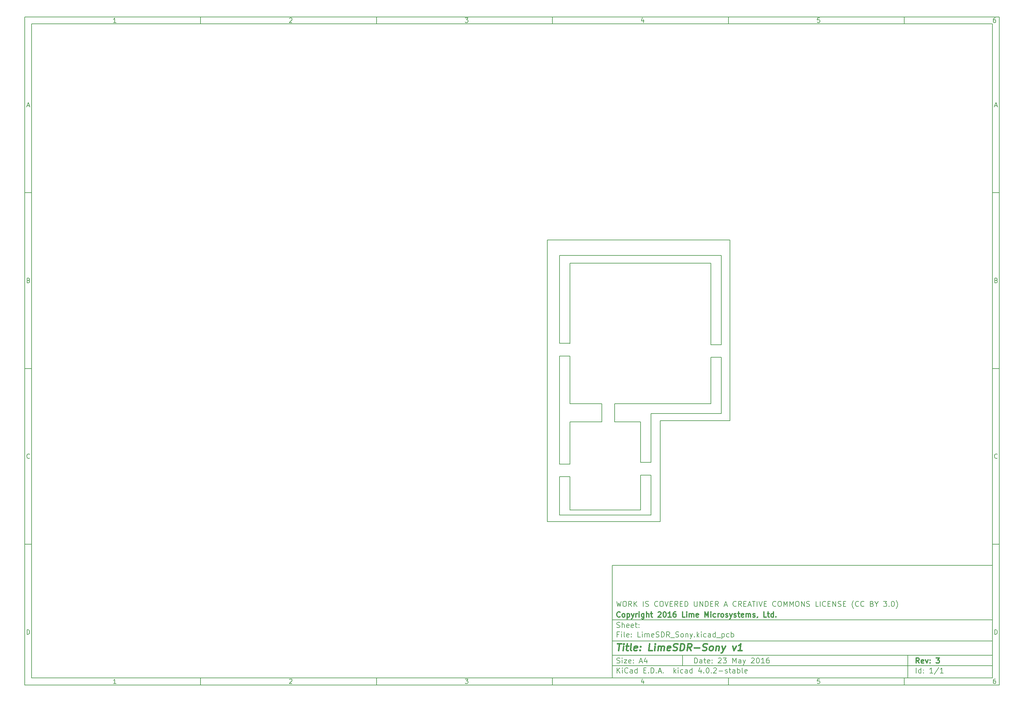
<source format=gm1>
G04 #@! TF.FileFunction,Profile,NP*
%FSLAX46Y46*%
G04 Gerber Fmt 4.6, Leading zero omitted, Abs format (unit mm)*
G04 Created by KiCad (PCBNEW 4.0.2-stable) date 23/05/2016 22:28:53*
%MOMM*%
G01*
G04 APERTURE LIST*
%ADD10C,0.150000*%
%ADD11C,0.300000*%
%ADD12C,0.400000*%
%ADD13C,0.200000*%
G04 APERTURE END LIST*
D10*
X177002200Y-166007200D02*
X177002200Y-198007200D01*
X285002200Y-198007200D01*
X285002200Y-166007200D01*
X177002200Y-166007200D01*
X10000000Y-10000000D02*
X10000000Y-200007200D01*
X287002200Y-200007200D01*
X287002200Y-10000000D01*
X10000000Y-10000000D01*
X12000000Y-12000000D02*
X12000000Y-198007200D01*
X285002200Y-198007200D01*
X285002200Y-12000000D01*
X12000000Y-12000000D01*
X60000000Y-12000000D02*
X60000000Y-10000000D01*
X110000000Y-12000000D02*
X110000000Y-10000000D01*
X160000000Y-12000000D02*
X160000000Y-10000000D01*
X210000000Y-12000000D02*
X210000000Y-10000000D01*
X260000000Y-12000000D02*
X260000000Y-10000000D01*
X35990476Y-11588095D02*
X35247619Y-11588095D01*
X35619048Y-11588095D02*
X35619048Y-10288095D01*
X35495238Y-10473810D01*
X35371429Y-10597619D01*
X35247619Y-10659524D01*
X85247619Y-10411905D02*
X85309524Y-10350000D01*
X85433333Y-10288095D01*
X85742857Y-10288095D01*
X85866667Y-10350000D01*
X85928571Y-10411905D01*
X85990476Y-10535714D01*
X85990476Y-10659524D01*
X85928571Y-10845238D01*
X85185714Y-11588095D01*
X85990476Y-11588095D01*
X135185714Y-10288095D02*
X135990476Y-10288095D01*
X135557143Y-10783333D01*
X135742857Y-10783333D01*
X135866667Y-10845238D01*
X135928571Y-10907143D01*
X135990476Y-11030952D01*
X135990476Y-11340476D01*
X135928571Y-11464286D01*
X135866667Y-11526190D01*
X135742857Y-11588095D01*
X135371429Y-11588095D01*
X135247619Y-11526190D01*
X135185714Y-11464286D01*
X185866667Y-10721429D02*
X185866667Y-11588095D01*
X185557143Y-10226190D02*
X185247619Y-11154762D01*
X186052381Y-11154762D01*
X235928571Y-10288095D02*
X235309524Y-10288095D01*
X235247619Y-10907143D01*
X235309524Y-10845238D01*
X235433333Y-10783333D01*
X235742857Y-10783333D01*
X235866667Y-10845238D01*
X235928571Y-10907143D01*
X235990476Y-11030952D01*
X235990476Y-11340476D01*
X235928571Y-11464286D01*
X235866667Y-11526190D01*
X235742857Y-11588095D01*
X235433333Y-11588095D01*
X235309524Y-11526190D01*
X235247619Y-11464286D01*
X285866667Y-10288095D02*
X285619048Y-10288095D01*
X285495238Y-10350000D01*
X285433333Y-10411905D01*
X285309524Y-10597619D01*
X285247619Y-10845238D01*
X285247619Y-11340476D01*
X285309524Y-11464286D01*
X285371429Y-11526190D01*
X285495238Y-11588095D01*
X285742857Y-11588095D01*
X285866667Y-11526190D01*
X285928571Y-11464286D01*
X285990476Y-11340476D01*
X285990476Y-11030952D01*
X285928571Y-10907143D01*
X285866667Y-10845238D01*
X285742857Y-10783333D01*
X285495238Y-10783333D01*
X285371429Y-10845238D01*
X285309524Y-10907143D01*
X285247619Y-11030952D01*
X60000000Y-198007200D02*
X60000000Y-200007200D01*
X110000000Y-198007200D02*
X110000000Y-200007200D01*
X160000000Y-198007200D02*
X160000000Y-200007200D01*
X210000000Y-198007200D02*
X210000000Y-200007200D01*
X260000000Y-198007200D02*
X260000000Y-200007200D01*
X35990476Y-199595295D02*
X35247619Y-199595295D01*
X35619048Y-199595295D02*
X35619048Y-198295295D01*
X35495238Y-198481010D01*
X35371429Y-198604819D01*
X35247619Y-198666724D01*
X85247619Y-198419105D02*
X85309524Y-198357200D01*
X85433333Y-198295295D01*
X85742857Y-198295295D01*
X85866667Y-198357200D01*
X85928571Y-198419105D01*
X85990476Y-198542914D01*
X85990476Y-198666724D01*
X85928571Y-198852438D01*
X85185714Y-199595295D01*
X85990476Y-199595295D01*
X135185714Y-198295295D02*
X135990476Y-198295295D01*
X135557143Y-198790533D01*
X135742857Y-198790533D01*
X135866667Y-198852438D01*
X135928571Y-198914343D01*
X135990476Y-199038152D01*
X135990476Y-199347676D01*
X135928571Y-199471486D01*
X135866667Y-199533390D01*
X135742857Y-199595295D01*
X135371429Y-199595295D01*
X135247619Y-199533390D01*
X135185714Y-199471486D01*
X185866667Y-198728629D02*
X185866667Y-199595295D01*
X185557143Y-198233390D02*
X185247619Y-199161962D01*
X186052381Y-199161962D01*
X235928571Y-198295295D02*
X235309524Y-198295295D01*
X235247619Y-198914343D01*
X235309524Y-198852438D01*
X235433333Y-198790533D01*
X235742857Y-198790533D01*
X235866667Y-198852438D01*
X235928571Y-198914343D01*
X235990476Y-199038152D01*
X235990476Y-199347676D01*
X235928571Y-199471486D01*
X235866667Y-199533390D01*
X235742857Y-199595295D01*
X235433333Y-199595295D01*
X235309524Y-199533390D01*
X235247619Y-199471486D01*
X285866667Y-198295295D02*
X285619048Y-198295295D01*
X285495238Y-198357200D01*
X285433333Y-198419105D01*
X285309524Y-198604819D01*
X285247619Y-198852438D01*
X285247619Y-199347676D01*
X285309524Y-199471486D01*
X285371429Y-199533390D01*
X285495238Y-199595295D01*
X285742857Y-199595295D01*
X285866667Y-199533390D01*
X285928571Y-199471486D01*
X285990476Y-199347676D01*
X285990476Y-199038152D01*
X285928571Y-198914343D01*
X285866667Y-198852438D01*
X285742857Y-198790533D01*
X285495238Y-198790533D01*
X285371429Y-198852438D01*
X285309524Y-198914343D01*
X285247619Y-199038152D01*
X10000000Y-60000000D02*
X12000000Y-60000000D01*
X10000000Y-110000000D02*
X12000000Y-110000000D01*
X10000000Y-160000000D02*
X12000000Y-160000000D01*
X10690476Y-35216667D02*
X11309524Y-35216667D01*
X10566667Y-35588095D02*
X11000000Y-34288095D01*
X11433333Y-35588095D01*
X11092857Y-84907143D02*
X11278571Y-84969048D01*
X11340476Y-85030952D01*
X11402381Y-85154762D01*
X11402381Y-85340476D01*
X11340476Y-85464286D01*
X11278571Y-85526190D01*
X11154762Y-85588095D01*
X10659524Y-85588095D01*
X10659524Y-84288095D01*
X11092857Y-84288095D01*
X11216667Y-84350000D01*
X11278571Y-84411905D01*
X11340476Y-84535714D01*
X11340476Y-84659524D01*
X11278571Y-84783333D01*
X11216667Y-84845238D01*
X11092857Y-84907143D01*
X10659524Y-84907143D01*
X11402381Y-135464286D02*
X11340476Y-135526190D01*
X11154762Y-135588095D01*
X11030952Y-135588095D01*
X10845238Y-135526190D01*
X10721429Y-135402381D01*
X10659524Y-135278571D01*
X10597619Y-135030952D01*
X10597619Y-134845238D01*
X10659524Y-134597619D01*
X10721429Y-134473810D01*
X10845238Y-134350000D01*
X11030952Y-134288095D01*
X11154762Y-134288095D01*
X11340476Y-134350000D01*
X11402381Y-134411905D01*
X10659524Y-185588095D02*
X10659524Y-184288095D01*
X10969048Y-184288095D01*
X11154762Y-184350000D01*
X11278571Y-184473810D01*
X11340476Y-184597619D01*
X11402381Y-184845238D01*
X11402381Y-185030952D01*
X11340476Y-185278571D01*
X11278571Y-185402381D01*
X11154762Y-185526190D01*
X10969048Y-185588095D01*
X10659524Y-185588095D01*
X287002200Y-60000000D02*
X285002200Y-60000000D01*
X287002200Y-110000000D02*
X285002200Y-110000000D01*
X287002200Y-160000000D02*
X285002200Y-160000000D01*
X285692676Y-35216667D02*
X286311724Y-35216667D01*
X285568867Y-35588095D02*
X286002200Y-34288095D01*
X286435533Y-35588095D01*
X286095057Y-84907143D02*
X286280771Y-84969048D01*
X286342676Y-85030952D01*
X286404581Y-85154762D01*
X286404581Y-85340476D01*
X286342676Y-85464286D01*
X286280771Y-85526190D01*
X286156962Y-85588095D01*
X285661724Y-85588095D01*
X285661724Y-84288095D01*
X286095057Y-84288095D01*
X286218867Y-84350000D01*
X286280771Y-84411905D01*
X286342676Y-84535714D01*
X286342676Y-84659524D01*
X286280771Y-84783333D01*
X286218867Y-84845238D01*
X286095057Y-84907143D01*
X285661724Y-84907143D01*
X286404581Y-135464286D02*
X286342676Y-135526190D01*
X286156962Y-135588095D01*
X286033152Y-135588095D01*
X285847438Y-135526190D01*
X285723629Y-135402381D01*
X285661724Y-135278571D01*
X285599819Y-135030952D01*
X285599819Y-134845238D01*
X285661724Y-134597619D01*
X285723629Y-134473810D01*
X285847438Y-134350000D01*
X286033152Y-134288095D01*
X286156962Y-134288095D01*
X286342676Y-134350000D01*
X286404581Y-134411905D01*
X285661724Y-185588095D02*
X285661724Y-184288095D01*
X285971248Y-184288095D01*
X286156962Y-184350000D01*
X286280771Y-184473810D01*
X286342676Y-184597619D01*
X286404581Y-184845238D01*
X286404581Y-185030952D01*
X286342676Y-185278571D01*
X286280771Y-185402381D01*
X286156962Y-185526190D01*
X285971248Y-185588095D01*
X285661724Y-185588095D01*
X200359343Y-193785771D02*
X200359343Y-192285771D01*
X200716486Y-192285771D01*
X200930771Y-192357200D01*
X201073629Y-192500057D01*
X201145057Y-192642914D01*
X201216486Y-192928629D01*
X201216486Y-193142914D01*
X201145057Y-193428629D01*
X201073629Y-193571486D01*
X200930771Y-193714343D01*
X200716486Y-193785771D01*
X200359343Y-193785771D01*
X202502200Y-193785771D02*
X202502200Y-193000057D01*
X202430771Y-192857200D01*
X202287914Y-192785771D01*
X202002200Y-192785771D01*
X201859343Y-192857200D01*
X202502200Y-193714343D02*
X202359343Y-193785771D01*
X202002200Y-193785771D01*
X201859343Y-193714343D01*
X201787914Y-193571486D01*
X201787914Y-193428629D01*
X201859343Y-193285771D01*
X202002200Y-193214343D01*
X202359343Y-193214343D01*
X202502200Y-193142914D01*
X203002200Y-192785771D02*
X203573629Y-192785771D01*
X203216486Y-192285771D02*
X203216486Y-193571486D01*
X203287914Y-193714343D01*
X203430772Y-193785771D01*
X203573629Y-193785771D01*
X204645057Y-193714343D02*
X204502200Y-193785771D01*
X204216486Y-193785771D01*
X204073629Y-193714343D01*
X204002200Y-193571486D01*
X204002200Y-193000057D01*
X204073629Y-192857200D01*
X204216486Y-192785771D01*
X204502200Y-192785771D01*
X204645057Y-192857200D01*
X204716486Y-193000057D01*
X204716486Y-193142914D01*
X204002200Y-193285771D01*
X205359343Y-193642914D02*
X205430771Y-193714343D01*
X205359343Y-193785771D01*
X205287914Y-193714343D01*
X205359343Y-193642914D01*
X205359343Y-193785771D01*
X205359343Y-192857200D02*
X205430771Y-192928629D01*
X205359343Y-193000057D01*
X205287914Y-192928629D01*
X205359343Y-192857200D01*
X205359343Y-193000057D01*
X207145057Y-192428629D02*
X207216486Y-192357200D01*
X207359343Y-192285771D01*
X207716486Y-192285771D01*
X207859343Y-192357200D01*
X207930772Y-192428629D01*
X208002200Y-192571486D01*
X208002200Y-192714343D01*
X207930772Y-192928629D01*
X207073629Y-193785771D01*
X208002200Y-193785771D01*
X208502200Y-192285771D02*
X209430771Y-192285771D01*
X208930771Y-192857200D01*
X209145057Y-192857200D01*
X209287914Y-192928629D01*
X209359343Y-193000057D01*
X209430771Y-193142914D01*
X209430771Y-193500057D01*
X209359343Y-193642914D01*
X209287914Y-193714343D01*
X209145057Y-193785771D01*
X208716485Y-193785771D01*
X208573628Y-193714343D01*
X208502200Y-193642914D01*
X211216485Y-193785771D02*
X211216485Y-192285771D01*
X211716485Y-193357200D01*
X212216485Y-192285771D01*
X212216485Y-193785771D01*
X213573628Y-193785771D02*
X213573628Y-193000057D01*
X213502199Y-192857200D01*
X213359342Y-192785771D01*
X213073628Y-192785771D01*
X212930771Y-192857200D01*
X213573628Y-193714343D02*
X213430771Y-193785771D01*
X213073628Y-193785771D01*
X212930771Y-193714343D01*
X212859342Y-193571486D01*
X212859342Y-193428629D01*
X212930771Y-193285771D01*
X213073628Y-193214343D01*
X213430771Y-193214343D01*
X213573628Y-193142914D01*
X214145057Y-192785771D02*
X214502200Y-193785771D01*
X214859342Y-192785771D02*
X214502200Y-193785771D01*
X214359342Y-194142914D01*
X214287914Y-194214343D01*
X214145057Y-194285771D01*
X216502199Y-192428629D02*
X216573628Y-192357200D01*
X216716485Y-192285771D01*
X217073628Y-192285771D01*
X217216485Y-192357200D01*
X217287914Y-192428629D01*
X217359342Y-192571486D01*
X217359342Y-192714343D01*
X217287914Y-192928629D01*
X216430771Y-193785771D01*
X217359342Y-193785771D01*
X218287913Y-192285771D02*
X218430770Y-192285771D01*
X218573627Y-192357200D01*
X218645056Y-192428629D01*
X218716485Y-192571486D01*
X218787913Y-192857200D01*
X218787913Y-193214343D01*
X218716485Y-193500057D01*
X218645056Y-193642914D01*
X218573627Y-193714343D01*
X218430770Y-193785771D01*
X218287913Y-193785771D01*
X218145056Y-193714343D01*
X218073627Y-193642914D01*
X218002199Y-193500057D01*
X217930770Y-193214343D01*
X217930770Y-192857200D01*
X218002199Y-192571486D01*
X218073627Y-192428629D01*
X218145056Y-192357200D01*
X218287913Y-192285771D01*
X220216484Y-193785771D02*
X219359341Y-193785771D01*
X219787913Y-193785771D02*
X219787913Y-192285771D01*
X219645056Y-192500057D01*
X219502198Y-192642914D01*
X219359341Y-192714343D01*
X221502198Y-192285771D02*
X221216484Y-192285771D01*
X221073627Y-192357200D01*
X221002198Y-192428629D01*
X220859341Y-192642914D01*
X220787912Y-192928629D01*
X220787912Y-193500057D01*
X220859341Y-193642914D01*
X220930769Y-193714343D01*
X221073627Y-193785771D01*
X221359341Y-193785771D01*
X221502198Y-193714343D01*
X221573627Y-193642914D01*
X221645055Y-193500057D01*
X221645055Y-193142914D01*
X221573627Y-193000057D01*
X221502198Y-192928629D01*
X221359341Y-192857200D01*
X221073627Y-192857200D01*
X220930769Y-192928629D01*
X220859341Y-193000057D01*
X220787912Y-193142914D01*
X177002200Y-194507200D02*
X285002200Y-194507200D01*
X178359343Y-196585771D02*
X178359343Y-195085771D01*
X179216486Y-196585771D02*
X178573629Y-195728629D01*
X179216486Y-195085771D02*
X178359343Y-195942914D01*
X179859343Y-196585771D02*
X179859343Y-195585771D01*
X179859343Y-195085771D02*
X179787914Y-195157200D01*
X179859343Y-195228629D01*
X179930771Y-195157200D01*
X179859343Y-195085771D01*
X179859343Y-195228629D01*
X181430772Y-196442914D02*
X181359343Y-196514343D01*
X181145057Y-196585771D01*
X181002200Y-196585771D01*
X180787915Y-196514343D01*
X180645057Y-196371486D01*
X180573629Y-196228629D01*
X180502200Y-195942914D01*
X180502200Y-195728629D01*
X180573629Y-195442914D01*
X180645057Y-195300057D01*
X180787915Y-195157200D01*
X181002200Y-195085771D01*
X181145057Y-195085771D01*
X181359343Y-195157200D01*
X181430772Y-195228629D01*
X182716486Y-196585771D02*
X182716486Y-195800057D01*
X182645057Y-195657200D01*
X182502200Y-195585771D01*
X182216486Y-195585771D01*
X182073629Y-195657200D01*
X182716486Y-196514343D02*
X182573629Y-196585771D01*
X182216486Y-196585771D01*
X182073629Y-196514343D01*
X182002200Y-196371486D01*
X182002200Y-196228629D01*
X182073629Y-196085771D01*
X182216486Y-196014343D01*
X182573629Y-196014343D01*
X182716486Y-195942914D01*
X184073629Y-196585771D02*
X184073629Y-195085771D01*
X184073629Y-196514343D02*
X183930772Y-196585771D01*
X183645058Y-196585771D01*
X183502200Y-196514343D01*
X183430772Y-196442914D01*
X183359343Y-196300057D01*
X183359343Y-195871486D01*
X183430772Y-195728629D01*
X183502200Y-195657200D01*
X183645058Y-195585771D01*
X183930772Y-195585771D01*
X184073629Y-195657200D01*
X185930772Y-195800057D02*
X186430772Y-195800057D01*
X186645058Y-196585771D02*
X185930772Y-196585771D01*
X185930772Y-195085771D01*
X186645058Y-195085771D01*
X187287915Y-196442914D02*
X187359343Y-196514343D01*
X187287915Y-196585771D01*
X187216486Y-196514343D01*
X187287915Y-196442914D01*
X187287915Y-196585771D01*
X188002201Y-196585771D02*
X188002201Y-195085771D01*
X188359344Y-195085771D01*
X188573629Y-195157200D01*
X188716487Y-195300057D01*
X188787915Y-195442914D01*
X188859344Y-195728629D01*
X188859344Y-195942914D01*
X188787915Y-196228629D01*
X188716487Y-196371486D01*
X188573629Y-196514343D01*
X188359344Y-196585771D01*
X188002201Y-196585771D01*
X189502201Y-196442914D02*
X189573629Y-196514343D01*
X189502201Y-196585771D01*
X189430772Y-196514343D01*
X189502201Y-196442914D01*
X189502201Y-196585771D01*
X190145058Y-196157200D02*
X190859344Y-196157200D01*
X190002201Y-196585771D02*
X190502201Y-195085771D01*
X191002201Y-196585771D01*
X191502201Y-196442914D02*
X191573629Y-196514343D01*
X191502201Y-196585771D01*
X191430772Y-196514343D01*
X191502201Y-196442914D01*
X191502201Y-196585771D01*
X194502201Y-196585771D02*
X194502201Y-195085771D01*
X194645058Y-196014343D02*
X195073629Y-196585771D01*
X195073629Y-195585771D02*
X194502201Y-196157200D01*
X195716487Y-196585771D02*
X195716487Y-195585771D01*
X195716487Y-195085771D02*
X195645058Y-195157200D01*
X195716487Y-195228629D01*
X195787915Y-195157200D01*
X195716487Y-195085771D01*
X195716487Y-195228629D01*
X197073630Y-196514343D02*
X196930773Y-196585771D01*
X196645059Y-196585771D01*
X196502201Y-196514343D01*
X196430773Y-196442914D01*
X196359344Y-196300057D01*
X196359344Y-195871486D01*
X196430773Y-195728629D01*
X196502201Y-195657200D01*
X196645059Y-195585771D01*
X196930773Y-195585771D01*
X197073630Y-195657200D01*
X198359344Y-196585771D02*
X198359344Y-195800057D01*
X198287915Y-195657200D01*
X198145058Y-195585771D01*
X197859344Y-195585771D01*
X197716487Y-195657200D01*
X198359344Y-196514343D02*
X198216487Y-196585771D01*
X197859344Y-196585771D01*
X197716487Y-196514343D01*
X197645058Y-196371486D01*
X197645058Y-196228629D01*
X197716487Y-196085771D01*
X197859344Y-196014343D01*
X198216487Y-196014343D01*
X198359344Y-195942914D01*
X199716487Y-196585771D02*
X199716487Y-195085771D01*
X199716487Y-196514343D02*
X199573630Y-196585771D01*
X199287916Y-196585771D01*
X199145058Y-196514343D01*
X199073630Y-196442914D01*
X199002201Y-196300057D01*
X199002201Y-195871486D01*
X199073630Y-195728629D01*
X199145058Y-195657200D01*
X199287916Y-195585771D01*
X199573630Y-195585771D01*
X199716487Y-195657200D01*
X202216487Y-195585771D02*
X202216487Y-196585771D01*
X201859344Y-195014343D02*
X201502201Y-196085771D01*
X202430773Y-196085771D01*
X203002201Y-196442914D02*
X203073629Y-196514343D01*
X203002201Y-196585771D01*
X202930772Y-196514343D01*
X203002201Y-196442914D01*
X203002201Y-196585771D01*
X204002201Y-195085771D02*
X204145058Y-195085771D01*
X204287915Y-195157200D01*
X204359344Y-195228629D01*
X204430773Y-195371486D01*
X204502201Y-195657200D01*
X204502201Y-196014343D01*
X204430773Y-196300057D01*
X204359344Y-196442914D01*
X204287915Y-196514343D01*
X204145058Y-196585771D01*
X204002201Y-196585771D01*
X203859344Y-196514343D01*
X203787915Y-196442914D01*
X203716487Y-196300057D01*
X203645058Y-196014343D01*
X203645058Y-195657200D01*
X203716487Y-195371486D01*
X203787915Y-195228629D01*
X203859344Y-195157200D01*
X204002201Y-195085771D01*
X205145058Y-196442914D02*
X205216486Y-196514343D01*
X205145058Y-196585771D01*
X205073629Y-196514343D01*
X205145058Y-196442914D01*
X205145058Y-196585771D01*
X205787915Y-195228629D02*
X205859344Y-195157200D01*
X206002201Y-195085771D01*
X206359344Y-195085771D01*
X206502201Y-195157200D01*
X206573630Y-195228629D01*
X206645058Y-195371486D01*
X206645058Y-195514343D01*
X206573630Y-195728629D01*
X205716487Y-196585771D01*
X206645058Y-196585771D01*
X207287915Y-196014343D02*
X208430772Y-196014343D01*
X209073629Y-196514343D02*
X209216486Y-196585771D01*
X209502201Y-196585771D01*
X209645058Y-196514343D01*
X209716486Y-196371486D01*
X209716486Y-196300057D01*
X209645058Y-196157200D01*
X209502201Y-196085771D01*
X209287915Y-196085771D01*
X209145058Y-196014343D01*
X209073629Y-195871486D01*
X209073629Y-195800057D01*
X209145058Y-195657200D01*
X209287915Y-195585771D01*
X209502201Y-195585771D01*
X209645058Y-195657200D01*
X210145058Y-195585771D02*
X210716487Y-195585771D01*
X210359344Y-195085771D02*
X210359344Y-196371486D01*
X210430772Y-196514343D01*
X210573630Y-196585771D01*
X210716487Y-196585771D01*
X211859344Y-196585771D02*
X211859344Y-195800057D01*
X211787915Y-195657200D01*
X211645058Y-195585771D01*
X211359344Y-195585771D01*
X211216487Y-195657200D01*
X211859344Y-196514343D02*
X211716487Y-196585771D01*
X211359344Y-196585771D01*
X211216487Y-196514343D01*
X211145058Y-196371486D01*
X211145058Y-196228629D01*
X211216487Y-196085771D01*
X211359344Y-196014343D01*
X211716487Y-196014343D01*
X211859344Y-195942914D01*
X212573630Y-196585771D02*
X212573630Y-195085771D01*
X212573630Y-195657200D02*
X212716487Y-195585771D01*
X213002201Y-195585771D01*
X213145058Y-195657200D01*
X213216487Y-195728629D01*
X213287916Y-195871486D01*
X213287916Y-196300057D01*
X213216487Y-196442914D01*
X213145058Y-196514343D01*
X213002201Y-196585771D01*
X212716487Y-196585771D01*
X212573630Y-196514343D01*
X214145059Y-196585771D02*
X214002201Y-196514343D01*
X213930773Y-196371486D01*
X213930773Y-195085771D01*
X215287915Y-196514343D02*
X215145058Y-196585771D01*
X214859344Y-196585771D01*
X214716487Y-196514343D01*
X214645058Y-196371486D01*
X214645058Y-195800057D01*
X214716487Y-195657200D01*
X214859344Y-195585771D01*
X215145058Y-195585771D01*
X215287915Y-195657200D01*
X215359344Y-195800057D01*
X215359344Y-195942914D01*
X214645058Y-196085771D01*
X177002200Y-191507200D02*
X285002200Y-191507200D01*
D11*
X264216486Y-193785771D02*
X263716486Y-193071486D01*
X263359343Y-193785771D02*
X263359343Y-192285771D01*
X263930771Y-192285771D01*
X264073629Y-192357200D01*
X264145057Y-192428629D01*
X264216486Y-192571486D01*
X264216486Y-192785771D01*
X264145057Y-192928629D01*
X264073629Y-193000057D01*
X263930771Y-193071486D01*
X263359343Y-193071486D01*
X265430771Y-193714343D02*
X265287914Y-193785771D01*
X265002200Y-193785771D01*
X264859343Y-193714343D01*
X264787914Y-193571486D01*
X264787914Y-193000057D01*
X264859343Y-192857200D01*
X265002200Y-192785771D01*
X265287914Y-192785771D01*
X265430771Y-192857200D01*
X265502200Y-193000057D01*
X265502200Y-193142914D01*
X264787914Y-193285771D01*
X266002200Y-192785771D02*
X266359343Y-193785771D01*
X266716485Y-192785771D01*
X267287914Y-193642914D02*
X267359342Y-193714343D01*
X267287914Y-193785771D01*
X267216485Y-193714343D01*
X267287914Y-193642914D01*
X267287914Y-193785771D01*
X267287914Y-192857200D02*
X267359342Y-192928629D01*
X267287914Y-193000057D01*
X267216485Y-192928629D01*
X267287914Y-192857200D01*
X267287914Y-193000057D01*
X269002200Y-192285771D02*
X269930771Y-192285771D01*
X269430771Y-192857200D01*
X269645057Y-192857200D01*
X269787914Y-192928629D01*
X269859343Y-193000057D01*
X269930771Y-193142914D01*
X269930771Y-193500057D01*
X269859343Y-193642914D01*
X269787914Y-193714343D01*
X269645057Y-193785771D01*
X269216485Y-193785771D01*
X269073628Y-193714343D01*
X269002200Y-193642914D01*
D10*
X178287914Y-193714343D02*
X178502200Y-193785771D01*
X178859343Y-193785771D01*
X179002200Y-193714343D01*
X179073629Y-193642914D01*
X179145057Y-193500057D01*
X179145057Y-193357200D01*
X179073629Y-193214343D01*
X179002200Y-193142914D01*
X178859343Y-193071486D01*
X178573629Y-193000057D01*
X178430771Y-192928629D01*
X178359343Y-192857200D01*
X178287914Y-192714343D01*
X178287914Y-192571486D01*
X178359343Y-192428629D01*
X178430771Y-192357200D01*
X178573629Y-192285771D01*
X178930771Y-192285771D01*
X179145057Y-192357200D01*
X179787914Y-193785771D02*
X179787914Y-192785771D01*
X179787914Y-192285771D02*
X179716485Y-192357200D01*
X179787914Y-192428629D01*
X179859342Y-192357200D01*
X179787914Y-192285771D01*
X179787914Y-192428629D01*
X180359343Y-192785771D02*
X181145057Y-192785771D01*
X180359343Y-193785771D01*
X181145057Y-193785771D01*
X182287914Y-193714343D02*
X182145057Y-193785771D01*
X181859343Y-193785771D01*
X181716486Y-193714343D01*
X181645057Y-193571486D01*
X181645057Y-193000057D01*
X181716486Y-192857200D01*
X181859343Y-192785771D01*
X182145057Y-192785771D01*
X182287914Y-192857200D01*
X182359343Y-193000057D01*
X182359343Y-193142914D01*
X181645057Y-193285771D01*
X183002200Y-193642914D02*
X183073628Y-193714343D01*
X183002200Y-193785771D01*
X182930771Y-193714343D01*
X183002200Y-193642914D01*
X183002200Y-193785771D01*
X183002200Y-192857200D02*
X183073628Y-192928629D01*
X183002200Y-193000057D01*
X182930771Y-192928629D01*
X183002200Y-192857200D01*
X183002200Y-193000057D01*
X184787914Y-193357200D02*
X185502200Y-193357200D01*
X184645057Y-193785771D02*
X185145057Y-192285771D01*
X185645057Y-193785771D01*
X186787914Y-192785771D02*
X186787914Y-193785771D01*
X186430771Y-192214343D02*
X186073628Y-193285771D01*
X187002200Y-193285771D01*
X263359343Y-196585771D02*
X263359343Y-195085771D01*
X264716486Y-196585771D02*
X264716486Y-195085771D01*
X264716486Y-196514343D02*
X264573629Y-196585771D01*
X264287915Y-196585771D01*
X264145057Y-196514343D01*
X264073629Y-196442914D01*
X264002200Y-196300057D01*
X264002200Y-195871486D01*
X264073629Y-195728629D01*
X264145057Y-195657200D01*
X264287915Y-195585771D01*
X264573629Y-195585771D01*
X264716486Y-195657200D01*
X265430772Y-196442914D02*
X265502200Y-196514343D01*
X265430772Y-196585771D01*
X265359343Y-196514343D01*
X265430772Y-196442914D01*
X265430772Y-196585771D01*
X265430772Y-195657200D02*
X265502200Y-195728629D01*
X265430772Y-195800057D01*
X265359343Y-195728629D01*
X265430772Y-195657200D01*
X265430772Y-195800057D01*
X268073629Y-196585771D02*
X267216486Y-196585771D01*
X267645058Y-196585771D02*
X267645058Y-195085771D01*
X267502201Y-195300057D01*
X267359343Y-195442914D01*
X267216486Y-195514343D01*
X269787914Y-195014343D02*
X268502200Y-196942914D01*
X271073629Y-196585771D02*
X270216486Y-196585771D01*
X270645058Y-196585771D02*
X270645058Y-195085771D01*
X270502201Y-195300057D01*
X270359343Y-195442914D01*
X270216486Y-195514343D01*
X177002200Y-187507200D02*
X285002200Y-187507200D01*
D12*
X178454581Y-188211962D02*
X179597438Y-188211962D01*
X178776010Y-190211962D02*
X179026010Y-188211962D01*
X180014105Y-190211962D02*
X180180771Y-188878629D01*
X180264105Y-188211962D02*
X180156962Y-188307200D01*
X180240295Y-188402438D01*
X180347439Y-188307200D01*
X180264105Y-188211962D01*
X180240295Y-188402438D01*
X180847438Y-188878629D02*
X181609343Y-188878629D01*
X181216486Y-188211962D02*
X181002200Y-189926248D01*
X181073630Y-190116724D01*
X181252201Y-190211962D01*
X181442677Y-190211962D01*
X182395058Y-190211962D02*
X182216487Y-190116724D01*
X182145057Y-189926248D01*
X182359343Y-188211962D01*
X183930772Y-190116724D02*
X183728391Y-190211962D01*
X183347439Y-190211962D01*
X183168867Y-190116724D01*
X183097438Y-189926248D01*
X183192676Y-189164343D01*
X183311724Y-188973867D01*
X183514105Y-188878629D01*
X183895057Y-188878629D01*
X184073629Y-188973867D01*
X184145057Y-189164343D01*
X184121248Y-189354819D01*
X183145057Y-189545295D01*
X184895057Y-190021486D02*
X184978392Y-190116724D01*
X184871248Y-190211962D01*
X184787915Y-190116724D01*
X184895057Y-190021486D01*
X184871248Y-190211962D01*
X185026010Y-188973867D02*
X185109344Y-189069105D01*
X185002200Y-189164343D01*
X184918867Y-189069105D01*
X185026010Y-188973867D01*
X185002200Y-189164343D01*
X188299820Y-190211962D02*
X187347439Y-190211962D01*
X187597439Y-188211962D01*
X188966487Y-190211962D02*
X189133153Y-188878629D01*
X189216487Y-188211962D02*
X189109344Y-188307200D01*
X189192677Y-188402438D01*
X189299821Y-188307200D01*
X189216487Y-188211962D01*
X189192677Y-188402438D01*
X189918868Y-190211962D02*
X190085534Y-188878629D01*
X190061725Y-189069105D02*
X190168869Y-188973867D01*
X190371249Y-188878629D01*
X190656963Y-188878629D01*
X190835535Y-188973867D01*
X190906963Y-189164343D01*
X190776011Y-190211962D01*
X190906963Y-189164343D02*
X191026011Y-188973867D01*
X191228392Y-188878629D01*
X191514106Y-188878629D01*
X191692678Y-188973867D01*
X191764106Y-189164343D01*
X191633154Y-190211962D01*
X193359345Y-190116724D02*
X193156964Y-190211962D01*
X192776012Y-190211962D01*
X192597440Y-190116724D01*
X192526011Y-189926248D01*
X192621249Y-189164343D01*
X192740297Y-188973867D01*
X192942678Y-188878629D01*
X193323630Y-188878629D01*
X193502202Y-188973867D01*
X193573630Y-189164343D01*
X193549821Y-189354819D01*
X192573630Y-189545295D01*
X194216488Y-190116724D02*
X194490298Y-190211962D01*
X194966488Y-190211962D01*
X195168869Y-190116724D01*
X195276011Y-190021486D01*
X195395060Y-189831010D01*
X195418869Y-189640533D01*
X195347440Y-189450057D01*
X195264107Y-189354819D01*
X195085535Y-189259581D01*
X194716488Y-189164343D01*
X194537917Y-189069105D01*
X194454583Y-188973867D01*
X194383154Y-188783390D01*
X194406964Y-188592914D01*
X194526011Y-188402438D01*
X194633155Y-188307200D01*
X194835536Y-188211962D01*
X195311726Y-188211962D01*
X195585536Y-188307200D01*
X196204583Y-190211962D02*
X196454583Y-188211962D01*
X196930774Y-188211962D01*
X197204583Y-188307200D01*
X197371250Y-188497676D01*
X197442679Y-188688152D01*
X197490298Y-189069105D01*
X197454584Y-189354819D01*
X197311727Y-189735771D01*
X197192678Y-189926248D01*
X196978393Y-190116724D01*
X196680774Y-190211962D01*
X196204583Y-190211962D01*
X199347441Y-190211962D02*
X198799821Y-189259581D01*
X198204583Y-190211962D02*
X198454583Y-188211962D01*
X199216488Y-188211962D01*
X199395059Y-188307200D01*
X199478393Y-188402438D01*
X199549822Y-188592914D01*
X199514107Y-188878629D01*
X199395060Y-189069105D01*
X199287916Y-189164343D01*
X199085535Y-189259581D01*
X198323630Y-189259581D01*
X200299821Y-189450057D02*
X201823631Y-189450057D01*
X202597440Y-190116724D02*
X202871250Y-190211962D01*
X203347440Y-190211962D01*
X203549821Y-190116724D01*
X203656963Y-190021486D01*
X203776012Y-189831010D01*
X203799821Y-189640533D01*
X203728392Y-189450057D01*
X203645059Y-189354819D01*
X203466487Y-189259581D01*
X203097440Y-189164343D01*
X202918869Y-189069105D01*
X202835535Y-188973867D01*
X202764106Y-188783390D01*
X202787916Y-188592914D01*
X202906963Y-188402438D01*
X203014107Y-188307200D01*
X203216488Y-188211962D01*
X203692678Y-188211962D01*
X203966488Y-188307200D01*
X204871250Y-190211962D02*
X204692679Y-190116724D01*
X204609344Y-190021486D01*
X204537916Y-189831010D01*
X204609344Y-189259581D01*
X204728392Y-189069105D01*
X204835536Y-188973867D01*
X205037916Y-188878629D01*
X205323630Y-188878629D01*
X205502202Y-188973867D01*
X205585535Y-189069105D01*
X205656963Y-189259581D01*
X205585535Y-189831010D01*
X205466487Y-190021486D01*
X205359345Y-190116724D01*
X205156964Y-190211962D01*
X204871250Y-190211962D01*
X206561725Y-188878629D02*
X206395059Y-190211962D01*
X206537916Y-189069105D02*
X206645060Y-188973867D01*
X206847440Y-188878629D01*
X207133154Y-188878629D01*
X207311726Y-188973867D01*
X207383154Y-189164343D01*
X207252202Y-190211962D01*
X208180773Y-188878629D02*
X208490298Y-190211962D01*
X209133154Y-188878629D02*
X208490298Y-190211962D01*
X208240298Y-190688152D01*
X208133154Y-190783390D01*
X207930773Y-190878629D01*
X211228393Y-188878629D02*
X211537918Y-190211962D01*
X212180774Y-188878629D01*
X213823633Y-190211962D02*
X212680775Y-190211962D01*
X213252204Y-190211962D02*
X213502204Y-188211962D01*
X213276014Y-188497676D01*
X213061728Y-188688152D01*
X212859346Y-188783390D01*
D10*
X178859343Y-185600057D02*
X178359343Y-185600057D01*
X178359343Y-186385771D02*
X178359343Y-184885771D01*
X179073629Y-184885771D01*
X179645057Y-186385771D02*
X179645057Y-185385771D01*
X179645057Y-184885771D02*
X179573628Y-184957200D01*
X179645057Y-185028629D01*
X179716485Y-184957200D01*
X179645057Y-184885771D01*
X179645057Y-185028629D01*
X180573629Y-186385771D02*
X180430771Y-186314343D01*
X180359343Y-186171486D01*
X180359343Y-184885771D01*
X181716485Y-186314343D02*
X181573628Y-186385771D01*
X181287914Y-186385771D01*
X181145057Y-186314343D01*
X181073628Y-186171486D01*
X181073628Y-185600057D01*
X181145057Y-185457200D01*
X181287914Y-185385771D01*
X181573628Y-185385771D01*
X181716485Y-185457200D01*
X181787914Y-185600057D01*
X181787914Y-185742914D01*
X181073628Y-185885771D01*
X182430771Y-186242914D02*
X182502199Y-186314343D01*
X182430771Y-186385771D01*
X182359342Y-186314343D01*
X182430771Y-186242914D01*
X182430771Y-186385771D01*
X182430771Y-185457200D02*
X182502199Y-185528629D01*
X182430771Y-185600057D01*
X182359342Y-185528629D01*
X182430771Y-185457200D01*
X182430771Y-185600057D01*
X185002200Y-186385771D02*
X184287914Y-186385771D01*
X184287914Y-184885771D01*
X185502200Y-186385771D02*
X185502200Y-185385771D01*
X185502200Y-184885771D02*
X185430771Y-184957200D01*
X185502200Y-185028629D01*
X185573628Y-184957200D01*
X185502200Y-184885771D01*
X185502200Y-185028629D01*
X186216486Y-186385771D02*
X186216486Y-185385771D01*
X186216486Y-185528629D02*
X186287914Y-185457200D01*
X186430772Y-185385771D01*
X186645057Y-185385771D01*
X186787914Y-185457200D01*
X186859343Y-185600057D01*
X186859343Y-186385771D01*
X186859343Y-185600057D02*
X186930772Y-185457200D01*
X187073629Y-185385771D01*
X187287914Y-185385771D01*
X187430772Y-185457200D01*
X187502200Y-185600057D01*
X187502200Y-186385771D01*
X188787914Y-186314343D02*
X188645057Y-186385771D01*
X188359343Y-186385771D01*
X188216486Y-186314343D01*
X188145057Y-186171486D01*
X188145057Y-185600057D01*
X188216486Y-185457200D01*
X188359343Y-185385771D01*
X188645057Y-185385771D01*
X188787914Y-185457200D01*
X188859343Y-185600057D01*
X188859343Y-185742914D01*
X188145057Y-185885771D01*
X189430771Y-186314343D02*
X189645057Y-186385771D01*
X190002200Y-186385771D01*
X190145057Y-186314343D01*
X190216486Y-186242914D01*
X190287914Y-186100057D01*
X190287914Y-185957200D01*
X190216486Y-185814343D01*
X190145057Y-185742914D01*
X190002200Y-185671486D01*
X189716486Y-185600057D01*
X189573628Y-185528629D01*
X189502200Y-185457200D01*
X189430771Y-185314343D01*
X189430771Y-185171486D01*
X189502200Y-185028629D01*
X189573628Y-184957200D01*
X189716486Y-184885771D01*
X190073628Y-184885771D01*
X190287914Y-184957200D01*
X190930771Y-186385771D02*
X190930771Y-184885771D01*
X191287914Y-184885771D01*
X191502199Y-184957200D01*
X191645057Y-185100057D01*
X191716485Y-185242914D01*
X191787914Y-185528629D01*
X191787914Y-185742914D01*
X191716485Y-186028629D01*
X191645057Y-186171486D01*
X191502199Y-186314343D01*
X191287914Y-186385771D01*
X190930771Y-186385771D01*
X193287914Y-186385771D02*
X192787914Y-185671486D01*
X192430771Y-186385771D02*
X192430771Y-184885771D01*
X193002199Y-184885771D01*
X193145057Y-184957200D01*
X193216485Y-185028629D01*
X193287914Y-185171486D01*
X193287914Y-185385771D01*
X193216485Y-185528629D01*
X193145057Y-185600057D01*
X193002199Y-185671486D01*
X192430771Y-185671486D01*
X193573628Y-186528629D02*
X194716485Y-186528629D01*
X195002199Y-186314343D02*
X195216485Y-186385771D01*
X195573628Y-186385771D01*
X195716485Y-186314343D01*
X195787914Y-186242914D01*
X195859342Y-186100057D01*
X195859342Y-185957200D01*
X195787914Y-185814343D01*
X195716485Y-185742914D01*
X195573628Y-185671486D01*
X195287914Y-185600057D01*
X195145056Y-185528629D01*
X195073628Y-185457200D01*
X195002199Y-185314343D01*
X195002199Y-185171486D01*
X195073628Y-185028629D01*
X195145056Y-184957200D01*
X195287914Y-184885771D01*
X195645056Y-184885771D01*
X195859342Y-184957200D01*
X196716485Y-186385771D02*
X196573627Y-186314343D01*
X196502199Y-186242914D01*
X196430770Y-186100057D01*
X196430770Y-185671486D01*
X196502199Y-185528629D01*
X196573627Y-185457200D01*
X196716485Y-185385771D01*
X196930770Y-185385771D01*
X197073627Y-185457200D01*
X197145056Y-185528629D01*
X197216485Y-185671486D01*
X197216485Y-186100057D01*
X197145056Y-186242914D01*
X197073627Y-186314343D01*
X196930770Y-186385771D01*
X196716485Y-186385771D01*
X197859342Y-185385771D02*
X197859342Y-186385771D01*
X197859342Y-185528629D02*
X197930770Y-185457200D01*
X198073628Y-185385771D01*
X198287913Y-185385771D01*
X198430770Y-185457200D01*
X198502199Y-185600057D01*
X198502199Y-186385771D01*
X199073628Y-185385771D02*
X199430771Y-186385771D01*
X199787913Y-185385771D02*
X199430771Y-186385771D01*
X199287913Y-186742914D01*
X199216485Y-186814343D01*
X199073628Y-186885771D01*
X200359342Y-186242914D02*
X200430770Y-186314343D01*
X200359342Y-186385771D01*
X200287913Y-186314343D01*
X200359342Y-186242914D01*
X200359342Y-186385771D01*
X201073628Y-186385771D02*
X201073628Y-184885771D01*
X201216485Y-185814343D02*
X201645056Y-186385771D01*
X201645056Y-185385771D02*
X201073628Y-185957200D01*
X202287914Y-186385771D02*
X202287914Y-185385771D01*
X202287914Y-184885771D02*
X202216485Y-184957200D01*
X202287914Y-185028629D01*
X202359342Y-184957200D01*
X202287914Y-184885771D01*
X202287914Y-185028629D01*
X203645057Y-186314343D02*
X203502200Y-186385771D01*
X203216486Y-186385771D01*
X203073628Y-186314343D01*
X203002200Y-186242914D01*
X202930771Y-186100057D01*
X202930771Y-185671486D01*
X203002200Y-185528629D01*
X203073628Y-185457200D01*
X203216486Y-185385771D01*
X203502200Y-185385771D01*
X203645057Y-185457200D01*
X204930771Y-186385771D02*
X204930771Y-185600057D01*
X204859342Y-185457200D01*
X204716485Y-185385771D01*
X204430771Y-185385771D01*
X204287914Y-185457200D01*
X204930771Y-186314343D02*
X204787914Y-186385771D01*
X204430771Y-186385771D01*
X204287914Y-186314343D01*
X204216485Y-186171486D01*
X204216485Y-186028629D01*
X204287914Y-185885771D01*
X204430771Y-185814343D01*
X204787914Y-185814343D01*
X204930771Y-185742914D01*
X206287914Y-186385771D02*
X206287914Y-184885771D01*
X206287914Y-186314343D02*
X206145057Y-186385771D01*
X205859343Y-186385771D01*
X205716485Y-186314343D01*
X205645057Y-186242914D01*
X205573628Y-186100057D01*
X205573628Y-185671486D01*
X205645057Y-185528629D01*
X205716485Y-185457200D01*
X205859343Y-185385771D01*
X206145057Y-185385771D01*
X206287914Y-185457200D01*
X206645057Y-186528629D02*
X207787914Y-186528629D01*
X208145057Y-185385771D02*
X208145057Y-186885771D01*
X208145057Y-185457200D02*
X208287914Y-185385771D01*
X208573628Y-185385771D01*
X208716485Y-185457200D01*
X208787914Y-185528629D01*
X208859343Y-185671486D01*
X208859343Y-186100057D01*
X208787914Y-186242914D01*
X208716485Y-186314343D01*
X208573628Y-186385771D01*
X208287914Y-186385771D01*
X208145057Y-186314343D01*
X210145057Y-186314343D02*
X210002200Y-186385771D01*
X209716486Y-186385771D01*
X209573628Y-186314343D01*
X209502200Y-186242914D01*
X209430771Y-186100057D01*
X209430771Y-185671486D01*
X209502200Y-185528629D01*
X209573628Y-185457200D01*
X209716486Y-185385771D01*
X210002200Y-185385771D01*
X210145057Y-185457200D01*
X210787914Y-186385771D02*
X210787914Y-184885771D01*
X210787914Y-185457200D02*
X210930771Y-185385771D01*
X211216485Y-185385771D01*
X211359342Y-185457200D01*
X211430771Y-185528629D01*
X211502200Y-185671486D01*
X211502200Y-186100057D01*
X211430771Y-186242914D01*
X211359342Y-186314343D01*
X211216485Y-186385771D01*
X210930771Y-186385771D01*
X210787914Y-186314343D01*
X177002200Y-181507200D02*
X285002200Y-181507200D01*
X178287914Y-183614343D02*
X178502200Y-183685771D01*
X178859343Y-183685771D01*
X179002200Y-183614343D01*
X179073629Y-183542914D01*
X179145057Y-183400057D01*
X179145057Y-183257200D01*
X179073629Y-183114343D01*
X179002200Y-183042914D01*
X178859343Y-182971486D01*
X178573629Y-182900057D01*
X178430771Y-182828629D01*
X178359343Y-182757200D01*
X178287914Y-182614343D01*
X178287914Y-182471486D01*
X178359343Y-182328629D01*
X178430771Y-182257200D01*
X178573629Y-182185771D01*
X178930771Y-182185771D01*
X179145057Y-182257200D01*
X179787914Y-183685771D02*
X179787914Y-182185771D01*
X180430771Y-183685771D02*
X180430771Y-182900057D01*
X180359342Y-182757200D01*
X180216485Y-182685771D01*
X180002200Y-182685771D01*
X179859342Y-182757200D01*
X179787914Y-182828629D01*
X181716485Y-183614343D02*
X181573628Y-183685771D01*
X181287914Y-183685771D01*
X181145057Y-183614343D01*
X181073628Y-183471486D01*
X181073628Y-182900057D01*
X181145057Y-182757200D01*
X181287914Y-182685771D01*
X181573628Y-182685771D01*
X181716485Y-182757200D01*
X181787914Y-182900057D01*
X181787914Y-183042914D01*
X181073628Y-183185771D01*
X183002199Y-183614343D02*
X182859342Y-183685771D01*
X182573628Y-183685771D01*
X182430771Y-183614343D01*
X182359342Y-183471486D01*
X182359342Y-182900057D01*
X182430771Y-182757200D01*
X182573628Y-182685771D01*
X182859342Y-182685771D01*
X183002199Y-182757200D01*
X183073628Y-182900057D01*
X183073628Y-183042914D01*
X182359342Y-183185771D01*
X183502199Y-182685771D02*
X184073628Y-182685771D01*
X183716485Y-182185771D02*
X183716485Y-183471486D01*
X183787913Y-183614343D01*
X183930771Y-183685771D01*
X184073628Y-183685771D01*
X184573628Y-183542914D02*
X184645056Y-183614343D01*
X184573628Y-183685771D01*
X184502199Y-183614343D01*
X184573628Y-183542914D01*
X184573628Y-183685771D01*
X184573628Y-182757200D02*
X184645056Y-182828629D01*
X184573628Y-182900057D01*
X184502199Y-182828629D01*
X184573628Y-182757200D01*
X184573628Y-182900057D01*
D11*
X179216486Y-180542914D02*
X179145057Y-180614343D01*
X178930771Y-180685771D01*
X178787914Y-180685771D01*
X178573629Y-180614343D01*
X178430771Y-180471486D01*
X178359343Y-180328629D01*
X178287914Y-180042914D01*
X178287914Y-179828629D01*
X178359343Y-179542914D01*
X178430771Y-179400057D01*
X178573629Y-179257200D01*
X178787914Y-179185771D01*
X178930771Y-179185771D01*
X179145057Y-179257200D01*
X179216486Y-179328629D01*
X180073629Y-180685771D02*
X179930771Y-180614343D01*
X179859343Y-180542914D01*
X179787914Y-180400057D01*
X179787914Y-179971486D01*
X179859343Y-179828629D01*
X179930771Y-179757200D01*
X180073629Y-179685771D01*
X180287914Y-179685771D01*
X180430771Y-179757200D01*
X180502200Y-179828629D01*
X180573629Y-179971486D01*
X180573629Y-180400057D01*
X180502200Y-180542914D01*
X180430771Y-180614343D01*
X180287914Y-180685771D01*
X180073629Y-180685771D01*
X181216486Y-179685771D02*
X181216486Y-181185771D01*
X181216486Y-179757200D02*
X181359343Y-179685771D01*
X181645057Y-179685771D01*
X181787914Y-179757200D01*
X181859343Y-179828629D01*
X181930772Y-179971486D01*
X181930772Y-180400057D01*
X181859343Y-180542914D01*
X181787914Y-180614343D01*
X181645057Y-180685771D01*
X181359343Y-180685771D01*
X181216486Y-180614343D01*
X182430772Y-179685771D02*
X182787915Y-180685771D01*
X183145057Y-179685771D02*
X182787915Y-180685771D01*
X182645057Y-181042914D01*
X182573629Y-181114343D01*
X182430772Y-181185771D01*
X183716486Y-180685771D02*
X183716486Y-179685771D01*
X183716486Y-179971486D02*
X183787914Y-179828629D01*
X183859343Y-179757200D01*
X184002200Y-179685771D01*
X184145057Y-179685771D01*
X184645057Y-180685771D02*
X184645057Y-179685771D01*
X184645057Y-179185771D02*
X184573628Y-179257200D01*
X184645057Y-179328629D01*
X184716485Y-179257200D01*
X184645057Y-179185771D01*
X184645057Y-179328629D01*
X186002200Y-179685771D02*
X186002200Y-180900057D01*
X185930771Y-181042914D01*
X185859343Y-181114343D01*
X185716486Y-181185771D01*
X185502200Y-181185771D01*
X185359343Y-181114343D01*
X186002200Y-180614343D02*
X185859343Y-180685771D01*
X185573629Y-180685771D01*
X185430771Y-180614343D01*
X185359343Y-180542914D01*
X185287914Y-180400057D01*
X185287914Y-179971486D01*
X185359343Y-179828629D01*
X185430771Y-179757200D01*
X185573629Y-179685771D01*
X185859343Y-179685771D01*
X186002200Y-179757200D01*
X186716486Y-180685771D02*
X186716486Y-179185771D01*
X187359343Y-180685771D02*
X187359343Y-179900057D01*
X187287914Y-179757200D01*
X187145057Y-179685771D01*
X186930772Y-179685771D01*
X186787914Y-179757200D01*
X186716486Y-179828629D01*
X187859343Y-179685771D02*
X188430772Y-179685771D01*
X188073629Y-179185771D02*
X188073629Y-180471486D01*
X188145057Y-180614343D01*
X188287915Y-180685771D01*
X188430772Y-180685771D01*
X190002200Y-179328629D02*
X190073629Y-179257200D01*
X190216486Y-179185771D01*
X190573629Y-179185771D01*
X190716486Y-179257200D01*
X190787915Y-179328629D01*
X190859343Y-179471486D01*
X190859343Y-179614343D01*
X190787915Y-179828629D01*
X189930772Y-180685771D01*
X190859343Y-180685771D01*
X191787914Y-179185771D02*
X191930771Y-179185771D01*
X192073628Y-179257200D01*
X192145057Y-179328629D01*
X192216486Y-179471486D01*
X192287914Y-179757200D01*
X192287914Y-180114343D01*
X192216486Y-180400057D01*
X192145057Y-180542914D01*
X192073628Y-180614343D01*
X191930771Y-180685771D01*
X191787914Y-180685771D01*
X191645057Y-180614343D01*
X191573628Y-180542914D01*
X191502200Y-180400057D01*
X191430771Y-180114343D01*
X191430771Y-179757200D01*
X191502200Y-179471486D01*
X191573628Y-179328629D01*
X191645057Y-179257200D01*
X191787914Y-179185771D01*
X193716485Y-180685771D02*
X192859342Y-180685771D01*
X193287914Y-180685771D02*
X193287914Y-179185771D01*
X193145057Y-179400057D01*
X193002199Y-179542914D01*
X192859342Y-179614343D01*
X195002199Y-179185771D02*
X194716485Y-179185771D01*
X194573628Y-179257200D01*
X194502199Y-179328629D01*
X194359342Y-179542914D01*
X194287913Y-179828629D01*
X194287913Y-180400057D01*
X194359342Y-180542914D01*
X194430770Y-180614343D01*
X194573628Y-180685771D01*
X194859342Y-180685771D01*
X195002199Y-180614343D01*
X195073628Y-180542914D01*
X195145056Y-180400057D01*
X195145056Y-180042914D01*
X195073628Y-179900057D01*
X195002199Y-179828629D01*
X194859342Y-179757200D01*
X194573628Y-179757200D01*
X194430770Y-179828629D01*
X194359342Y-179900057D01*
X194287913Y-180042914D01*
X197645056Y-180685771D02*
X196930770Y-180685771D01*
X196930770Y-179185771D01*
X198145056Y-180685771D02*
X198145056Y-179685771D01*
X198145056Y-179185771D02*
X198073627Y-179257200D01*
X198145056Y-179328629D01*
X198216484Y-179257200D01*
X198145056Y-179185771D01*
X198145056Y-179328629D01*
X198859342Y-180685771D02*
X198859342Y-179685771D01*
X198859342Y-179828629D02*
X198930770Y-179757200D01*
X199073628Y-179685771D01*
X199287913Y-179685771D01*
X199430770Y-179757200D01*
X199502199Y-179900057D01*
X199502199Y-180685771D01*
X199502199Y-179900057D02*
X199573628Y-179757200D01*
X199716485Y-179685771D01*
X199930770Y-179685771D01*
X200073628Y-179757200D01*
X200145056Y-179900057D01*
X200145056Y-180685771D01*
X201430770Y-180614343D02*
X201287913Y-180685771D01*
X201002199Y-180685771D01*
X200859342Y-180614343D01*
X200787913Y-180471486D01*
X200787913Y-179900057D01*
X200859342Y-179757200D01*
X201002199Y-179685771D01*
X201287913Y-179685771D01*
X201430770Y-179757200D01*
X201502199Y-179900057D01*
X201502199Y-180042914D01*
X200787913Y-180185771D01*
X203287913Y-180685771D02*
X203287913Y-179185771D01*
X203787913Y-180257200D01*
X204287913Y-179185771D01*
X204287913Y-180685771D01*
X205002199Y-180685771D02*
X205002199Y-179685771D01*
X205002199Y-179185771D02*
X204930770Y-179257200D01*
X205002199Y-179328629D01*
X205073627Y-179257200D01*
X205002199Y-179185771D01*
X205002199Y-179328629D01*
X206359342Y-180614343D02*
X206216485Y-180685771D01*
X205930771Y-180685771D01*
X205787913Y-180614343D01*
X205716485Y-180542914D01*
X205645056Y-180400057D01*
X205645056Y-179971486D01*
X205716485Y-179828629D01*
X205787913Y-179757200D01*
X205930771Y-179685771D01*
X206216485Y-179685771D01*
X206359342Y-179757200D01*
X207002199Y-180685771D02*
X207002199Y-179685771D01*
X207002199Y-179971486D02*
X207073627Y-179828629D01*
X207145056Y-179757200D01*
X207287913Y-179685771D01*
X207430770Y-179685771D01*
X208145056Y-180685771D02*
X208002198Y-180614343D01*
X207930770Y-180542914D01*
X207859341Y-180400057D01*
X207859341Y-179971486D01*
X207930770Y-179828629D01*
X208002198Y-179757200D01*
X208145056Y-179685771D01*
X208359341Y-179685771D01*
X208502198Y-179757200D01*
X208573627Y-179828629D01*
X208645056Y-179971486D01*
X208645056Y-180400057D01*
X208573627Y-180542914D01*
X208502198Y-180614343D01*
X208359341Y-180685771D01*
X208145056Y-180685771D01*
X209216484Y-180614343D02*
X209359341Y-180685771D01*
X209645056Y-180685771D01*
X209787913Y-180614343D01*
X209859341Y-180471486D01*
X209859341Y-180400057D01*
X209787913Y-180257200D01*
X209645056Y-180185771D01*
X209430770Y-180185771D01*
X209287913Y-180114343D01*
X209216484Y-179971486D01*
X209216484Y-179900057D01*
X209287913Y-179757200D01*
X209430770Y-179685771D01*
X209645056Y-179685771D01*
X209787913Y-179757200D01*
X210359342Y-179685771D02*
X210716485Y-180685771D01*
X211073627Y-179685771D02*
X210716485Y-180685771D01*
X210573627Y-181042914D01*
X210502199Y-181114343D01*
X210359342Y-181185771D01*
X211573627Y-180614343D02*
X211716484Y-180685771D01*
X212002199Y-180685771D01*
X212145056Y-180614343D01*
X212216484Y-180471486D01*
X212216484Y-180400057D01*
X212145056Y-180257200D01*
X212002199Y-180185771D01*
X211787913Y-180185771D01*
X211645056Y-180114343D01*
X211573627Y-179971486D01*
X211573627Y-179900057D01*
X211645056Y-179757200D01*
X211787913Y-179685771D01*
X212002199Y-179685771D01*
X212145056Y-179757200D01*
X212645056Y-179685771D02*
X213216485Y-179685771D01*
X212859342Y-179185771D02*
X212859342Y-180471486D01*
X212930770Y-180614343D01*
X213073628Y-180685771D01*
X213216485Y-180685771D01*
X214287913Y-180614343D02*
X214145056Y-180685771D01*
X213859342Y-180685771D01*
X213716485Y-180614343D01*
X213645056Y-180471486D01*
X213645056Y-179900057D01*
X213716485Y-179757200D01*
X213859342Y-179685771D01*
X214145056Y-179685771D01*
X214287913Y-179757200D01*
X214359342Y-179900057D01*
X214359342Y-180042914D01*
X213645056Y-180185771D01*
X215002199Y-180685771D02*
X215002199Y-179685771D01*
X215002199Y-179828629D02*
X215073627Y-179757200D01*
X215216485Y-179685771D01*
X215430770Y-179685771D01*
X215573627Y-179757200D01*
X215645056Y-179900057D01*
X215645056Y-180685771D01*
X215645056Y-179900057D02*
X215716485Y-179757200D01*
X215859342Y-179685771D01*
X216073627Y-179685771D01*
X216216485Y-179757200D01*
X216287913Y-179900057D01*
X216287913Y-180685771D01*
X216930770Y-180614343D02*
X217073627Y-180685771D01*
X217359342Y-180685771D01*
X217502199Y-180614343D01*
X217573627Y-180471486D01*
X217573627Y-180400057D01*
X217502199Y-180257200D01*
X217359342Y-180185771D01*
X217145056Y-180185771D01*
X217002199Y-180114343D01*
X216930770Y-179971486D01*
X216930770Y-179900057D01*
X217002199Y-179757200D01*
X217145056Y-179685771D01*
X217359342Y-179685771D01*
X217502199Y-179757200D01*
X218287913Y-180614343D02*
X218287913Y-180685771D01*
X218216485Y-180828629D01*
X218145056Y-180900057D01*
X220787914Y-180685771D02*
X220073628Y-180685771D01*
X220073628Y-179185771D01*
X221073628Y-179685771D02*
X221645057Y-179685771D01*
X221287914Y-179185771D02*
X221287914Y-180471486D01*
X221359342Y-180614343D01*
X221502200Y-180685771D01*
X221645057Y-180685771D01*
X222787914Y-180685771D02*
X222787914Y-179185771D01*
X222787914Y-180614343D02*
X222645057Y-180685771D01*
X222359343Y-180685771D01*
X222216485Y-180614343D01*
X222145057Y-180542914D01*
X222073628Y-180400057D01*
X222073628Y-179971486D01*
X222145057Y-179828629D01*
X222216485Y-179757200D01*
X222359343Y-179685771D01*
X222645057Y-179685771D01*
X222787914Y-179757200D01*
X223502200Y-180542914D02*
X223573628Y-180614343D01*
X223502200Y-180685771D01*
X223430771Y-180614343D01*
X223502200Y-180542914D01*
X223502200Y-180685771D01*
D10*
X178216486Y-176185771D02*
X178573629Y-177685771D01*
X178859343Y-176614343D01*
X179145057Y-177685771D01*
X179502200Y-176185771D01*
X180359343Y-176185771D02*
X180645057Y-176185771D01*
X180787915Y-176257200D01*
X180930772Y-176400057D01*
X181002200Y-176685771D01*
X181002200Y-177185771D01*
X180930772Y-177471486D01*
X180787915Y-177614343D01*
X180645057Y-177685771D01*
X180359343Y-177685771D01*
X180216486Y-177614343D01*
X180073629Y-177471486D01*
X180002200Y-177185771D01*
X180002200Y-176685771D01*
X180073629Y-176400057D01*
X180216486Y-176257200D01*
X180359343Y-176185771D01*
X182502201Y-177685771D02*
X182002201Y-176971486D01*
X181645058Y-177685771D02*
X181645058Y-176185771D01*
X182216486Y-176185771D01*
X182359344Y-176257200D01*
X182430772Y-176328629D01*
X182502201Y-176471486D01*
X182502201Y-176685771D01*
X182430772Y-176828629D01*
X182359344Y-176900057D01*
X182216486Y-176971486D01*
X181645058Y-176971486D01*
X183145058Y-177685771D02*
X183145058Y-176185771D01*
X184002201Y-177685771D02*
X183359344Y-176828629D01*
X184002201Y-176185771D02*
X183145058Y-177042914D01*
X185787915Y-177685771D02*
X185787915Y-176185771D01*
X186430772Y-177614343D02*
X186645058Y-177685771D01*
X187002201Y-177685771D01*
X187145058Y-177614343D01*
X187216487Y-177542914D01*
X187287915Y-177400057D01*
X187287915Y-177257200D01*
X187216487Y-177114343D01*
X187145058Y-177042914D01*
X187002201Y-176971486D01*
X186716487Y-176900057D01*
X186573629Y-176828629D01*
X186502201Y-176757200D01*
X186430772Y-176614343D01*
X186430772Y-176471486D01*
X186502201Y-176328629D01*
X186573629Y-176257200D01*
X186716487Y-176185771D01*
X187073629Y-176185771D01*
X187287915Y-176257200D01*
X189930772Y-177542914D02*
X189859343Y-177614343D01*
X189645057Y-177685771D01*
X189502200Y-177685771D01*
X189287915Y-177614343D01*
X189145057Y-177471486D01*
X189073629Y-177328629D01*
X189002200Y-177042914D01*
X189002200Y-176828629D01*
X189073629Y-176542914D01*
X189145057Y-176400057D01*
X189287915Y-176257200D01*
X189502200Y-176185771D01*
X189645057Y-176185771D01*
X189859343Y-176257200D01*
X189930772Y-176328629D01*
X190859343Y-176185771D02*
X191145057Y-176185771D01*
X191287915Y-176257200D01*
X191430772Y-176400057D01*
X191502200Y-176685771D01*
X191502200Y-177185771D01*
X191430772Y-177471486D01*
X191287915Y-177614343D01*
X191145057Y-177685771D01*
X190859343Y-177685771D01*
X190716486Y-177614343D01*
X190573629Y-177471486D01*
X190502200Y-177185771D01*
X190502200Y-176685771D01*
X190573629Y-176400057D01*
X190716486Y-176257200D01*
X190859343Y-176185771D01*
X191930772Y-176185771D02*
X192430772Y-177685771D01*
X192930772Y-176185771D01*
X193430772Y-176900057D02*
X193930772Y-176900057D01*
X194145058Y-177685771D02*
X193430772Y-177685771D01*
X193430772Y-176185771D01*
X194145058Y-176185771D01*
X195645058Y-177685771D02*
X195145058Y-176971486D01*
X194787915Y-177685771D02*
X194787915Y-176185771D01*
X195359343Y-176185771D01*
X195502201Y-176257200D01*
X195573629Y-176328629D01*
X195645058Y-176471486D01*
X195645058Y-176685771D01*
X195573629Y-176828629D01*
X195502201Y-176900057D01*
X195359343Y-176971486D01*
X194787915Y-176971486D01*
X196287915Y-176900057D02*
X196787915Y-176900057D01*
X197002201Y-177685771D02*
X196287915Y-177685771D01*
X196287915Y-176185771D01*
X197002201Y-176185771D01*
X197645058Y-177685771D02*
X197645058Y-176185771D01*
X198002201Y-176185771D01*
X198216486Y-176257200D01*
X198359344Y-176400057D01*
X198430772Y-176542914D01*
X198502201Y-176828629D01*
X198502201Y-177042914D01*
X198430772Y-177328629D01*
X198359344Y-177471486D01*
X198216486Y-177614343D01*
X198002201Y-177685771D01*
X197645058Y-177685771D01*
X200287915Y-176185771D02*
X200287915Y-177400057D01*
X200359343Y-177542914D01*
X200430772Y-177614343D01*
X200573629Y-177685771D01*
X200859343Y-177685771D01*
X201002201Y-177614343D01*
X201073629Y-177542914D01*
X201145058Y-177400057D01*
X201145058Y-176185771D01*
X201859344Y-177685771D02*
X201859344Y-176185771D01*
X202716487Y-177685771D01*
X202716487Y-176185771D01*
X203430773Y-177685771D02*
X203430773Y-176185771D01*
X203787916Y-176185771D01*
X204002201Y-176257200D01*
X204145059Y-176400057D01*
X204216487Y-176542914D01*
X204287916Y-176828629D01*
X204287916Y-177042914D01*
X204216487Y-177328629D01*
X204145059Y-177471486D01*
X204002201Y-177614343D01*
X203787916Y-177685771D01*
X203430773Y-177685771D01*
X204930773Y-176900057D02*
X205430773Y-176900057D01*
X205645059Y-177685771D02*
X204930773Y-177685771D01*
X204930773Y-176185771D01*
X205645059Y-176185771D01*
X207145059Y-177685771D02*
X206645059Y-176971486D01*
X206287916Y-177685771D02*
X206287916Y-176185771D01*
X206859344Y-176185771D01*
X207002202Y-176257200D01*
X207073630Y-176328629D01*
X207145059Y-176471486D01*
X207145059Y-176685771D01*
X207073630Y-176828629D01*
X207002202Y-176900057D01*
X206859344Y-176971486D01*
X206287916Y-176971486D01*
X208859344Y-177257200D02*
X209573630Y-177257200D01*
X208716487Y-177685771D02*
X209216487Y-176185771D01*
X209716487Y-177685771D01*
X212216487Y-177542914D02*
X212145058Y-177614343D01*
X211930772Y-177685771D01*
X211787915Y-177685771D01*
X211573630Y-177614343D01*
X211430772Y-177471486D01*
X211359344Y-177328629D01*
X211287915Y-177042914D01*
X211287915Y-176828629D01*
X211359344Y-176542914D01*
X211430772Y-176400057D01*
X211573630Y-176257200D01*
X211787915Y-176185771D01*
X211930772Y-176185771D01*
X212145058Y-176257200D01*
X212216487Y-176328629D01*
X213716487Y-177685771D02*
X213216487Y-176971486D01*
X212859344Y-177685771D02*
X212859344Y-176185771D01*
X213430772Y-176185771D01*
X213573630Y-176257200D01*
X213645058Y-176328629D01*
X213716487Y-176471486D01*
X213716487Y-176685771D01*
X213645058Y-176828629D01*
X213573630Y-176900057D01*
X213430772Y-176971486D01*
X212859344Y-176971486D01*
X214359344Y-176900057D02*
X214859344Y-176900057D01*
X215073630Y-177685771D02*
X214359344Y-177685771D01*
X214359344Y-176185771D01*
X215073630Y-176185771D01*
X215645058Y-177257200D02*
X216359344Y-177257200D01*
X215502201Y-177685771D02*
X216002201Y-176185771D01*
X216502201Y-177685771D01*
X216787915Y-176185771D02*
X217645058Y-176185771D01*
X217216487Y-177685771D02*
X217216487Y-176185771D01*
X218145058Y-177685771D02*
X218145058Y-176185771D01*
X218645058Y-176185771D02*
X219145058Y-177685771D01*
X219645058Y-176185771D01*
X220145058Y-176900057D02*
X220645058Y-176900057D01*
X220859344Y-177685771D02*
X220145058Y-177685771D01*
X220145058Y-176185771D01*
X220859344Y-176185771D01*
X223502201Y-177542914D02*
X223430772Y-177614343D01*
X223216486Y-177685771D01*
X223073629Y-177685771D01*
X222859344Y-177614343D01*
X222716486Y-177471486D01*
X222645058Y-177328629D01*
X222573629Y-177042914D01*
X222573629Y-176828629D01*
X222645058Y-176542914D01*
X222716486Y-176400057D01*
X222859344Y-176257200D01*
X223073629Y-176185771D01*
X223216486Y-176185771D01*
X223430772Y-176257200D01*
X223502201Y-176328629D01*
X224430772Y-176185771D02*
X224716486Y-176185771D01*
X224859344Y-176257200D01*
X225002201Y-176400057D01*
X225073629Y-176685771D01*
X225073629Y-177185771D01*
X225002201Y-177471486D01*
X224859344Y-177614343D01*
X224716486Y-177685771D01*
X224430772Y-177685771D01*
X224287915Y-177614343D01*
X224145058Y-177471486D01*
X224073629Y-177185771D01*
X224073629Y-176685771D01*
X224145058Y-176400057D01*
X224287915Y-176257200D01*
X224430772Y-176185771D01*
X225716487Y-177685771D02*
X225716487Y-176185771D01*
X226216487Y-177257200D01*
X226716487Y-176185771D01*
X226716487Y-177685771D01*
X227430773Y-177685771D02*
X227430773Y-176185771D01*
X227930773Y-177257200D01*
X228430773Y-176185771D01*
X228430773Y-177685771D01*
X229430773Y-176185771D02*
X229716487Y-176185771D01*
X229859345Y-176257200D01*
X230002202Y-176400057D01*
X230073630Y-176685771D01*
X230073630Y-177185771D01*
X230002202Y-177471486D01*
X229859345Y-177614343D01*
X229716487Y-177685771D01*
X229430773Y-177685771D01*
X229287916Y-177614343D01*
X229145059Y-177471486D01*
X229073630Y-177185771D01*
X229073630Y-176685771D01*
X229145059Y-176400057D01*
X229287916Y-176257200D01*
X229430773Y-176185771D01*
X230716488Y-177685771D02*
X230716488Y-176185771D01*
X231573631Y-177685771D01*
X231573631Y-176185771D01*
X232216488Y-177614343D02*
X232430774Y-177685771D01*
X232787917Y-177685771D01*
X232930774Y-177614343D01*
X233002203Y-177542914D01*
X233073631Y-177400057D01*
X233073631Y-177257200D01*
X233002203Y-177114343D01*
X232930774Y-177042914D01*
X232787917Y-176971486D01*
X232502203Y-176900057D01*
X232359345Y-176828629D01*
X232287917Y-176757200D01*
X232216488Y-176614343D01*
X232216488Y-176471486D01*
X232287917Y-176328629D01*
X232359345Y-176257200D01*
X232502203Y-176185771D01*
X232859345Y-176185771D01*
X233073631Y-176257200D01*
X235573631Y-177685771D02*
X234859345Y-177685771D01*
X234859345Y-176185771D01*
X236073631Y-177685771D02*
X236073631Y-176185771D01*
X237645060Y-177542914D02*
X237573631Y-177614343D01*
X237359345Y-177685771D01*
X237216488Y-177685771D01*
X237002203Y-177614343D01*
X236859345Y-177471486D01*
X236787917Y-177328629D01*
X236716488Y-177042914D01*
X236716488Y-176828629D01*
X236787917Y-176542914D01*
X236859345Y-176400057D01*
X237002203Y-176257200D01*
X237216488Y-176185771D01*
X237359345Y-176185771D01*
X237573631Y-176257200D01*
X237645060Y-176328629D01*
X238287917Y-176900057D02*
X238787917Y-176900057D01*
X239002203Y-177685771D02*
X238287917Y-177685771D01*
X238287917Y-176185771D01*
X239002203Y-176185771D01*
X239645060Y-177685771D02*
X239645060Y-176185771D01*
X240502203Y-177685771D01*
X240502203Y-176185771D01*
X241145060Y-177614343D02*
X241359346Y-177685771D01*
X241716489Y-177685771D01*
X241859346Y-177614343D01*
X241930775Y-177542914D01*
X242002203Y-177400057D01*
X242002203Y-177257200D01*
X241930775Y-177114343D01*
X241859346Y-177042914D01*
X241716489Y-176971486D01*
X241430775Y-176900057D01*
X241287917Y-176828629D01*
X241216489Y-176757200D01*
X241145060Y-176614343D01*
X241145060Y-176471486D01*
X241216489Y-176328629D01*
X241287917Y-176257200D01*
X241430775Y-176185771D01*
X241787917Y-176185771D01*
X242002203Y-176257200D01*
X242645060Y-176900057D02*
X243145060Y-176900057D01*
X243359346Y-177685771D02*
X242645060Y-177685771D01*
X242645060Y-176185771D01*
X243359346Y-176185771D01*
X245573631Y-178257200D02*
X245502203Y-178185771D01*
X245359346Y-177971486D01*
X245287917Y-177828629D01*
X245216488Y-177614343D01*
X245145060Y-177257200D01*
X245145060Y-176971486D01*
X245216488Y-176614343D01*
X245287917Y-176400057D01*
X245359346Y-176257200D01*
X245502203Y-176042914D01*
X245573631Y-175971486D01*
X247002203Y-177542914D02*
X246930774Y-177614343D01*
X246716488Y-177685771D01*
X246573631Y-177685771D01*
X246359346Y-177614343D01*
X246216488Y-177471486D01*
X246145060Y-177328629D01*
X246073631Y-177042914D01*
X246073631Y-176828629D01*
X246145060Y-176542914D01*
X246216488Y-176400057D01*
X246359346Y-176257200D01*
X246573631Y-176185771D01*
X246716488Y-176185771D01*
X246930774Y-176257200D01*
X247002203Y-176328629D01*
X248502203Y-177542914D02*
X248430774Y-177614343D01*
X248216488Y-177685771D01*
X248073631Y-177685771D01*
X247859346Y-177614343D01*
X247716488Y-177471486D01*
X247645060Y-177328629D01*
X247573631Y-177042914D01*
X247573631Y-176828629D01*
X247645060Y-176542914D01*
X247716488Y-176400057D01*
X247859346Y-176257200D01*
X248073631Y-176185771D01*
X248216488Y-176185771D01*
X248430774Y-176257200D01*
X248502203Y-176328629D01*
X250787917Y-176900057D02*
X251002203Y-176971486D01*
X251073631Y-177042914D01*
X251145060Y-177185771D01*
X251145060Y-177400057D01*
X251073631Y-177542914D01*
X251002203Y-177614343D01*
X250859345Y-177685771D01*
X250287917Y-177685771D01*
X250287917Y-176185771D01*
X250787917Y-176185771D01*
X250930774Y-176257200D01*
X251002203Y-176328629D01*
X251073631Y-176471486D01*
X251073631Y-176614343D01*
X251002203Y-176757200D01*
X250930774Y-176828629D01*
X250787917Y-176900057D01*
X250287917Y-176900057D01*
X252073631Y-176971486D02*
X252073631Y-177685771D01*
X251573631Y-176185771D02*
X252073631Y-176971486D01*
X252573631Y-176185771D01*
X254073631Y-176185771D02*
X255002202Y-176185771D01*
X254502202Y-176757200D01*
X254716488Y-176757200D01*
X254859345Y-176828629D01*
X254930774Y-176900057D01*
X255002202Y-177042914D01*
X255002202Y-177400057D01*
X254930774Y-177542914D01*
X254859345Y-177614343D01*
X254716488Y-177685771D01*
X254287916Y-177685771D01*
X254145059Y-177614343D01*
X254073631Y-177542914D01*
X255645059Y-177542914D02*
X255716487Y-177614343D01*
X255645059Y-177685771D01*
X255573630Y-177614343D01*
X255645059Y-177542914D01*
X255645059Y-177685771D01*
X256645059Y-176185771D02*
X256787916Y-176185771D01*
X256930773Y-176257200D01*
X257002202Y-176328629D01*
X257073631Y-176471486D01*
X257145059Y-176757200D01*
X257145059Y-177114343D01*
X257073631Y-177400057D01*
X257002202Y-177542914D01*
X256930773Y-177614343D01*
X256787916Y-177685771D01*
X256645059Y-177685771D01*
X256502202Y-177614343D01*
X256430773Y-177542914D01*
X256359345Y-177400057D01*
X256287916Y-177114343D01*
X256287916Y-176757200D01*
X256359345Y-176471486D01*
X256430773Y-176328629D01*
X256502202Y-176257200D01*
X256645059Y-176185771D01*
X257645059Y-178257200D02*
X257716487Y-178185771D01*
X257859344Y-177971486D01*
X257930773Y-177828629D01*
X258002202Y-177614343D01*
X258073630Y-177257200D01*
X258073630Y-176971486D01*
X258002202Y-176614343D01*
X257930773Y-176400057D01*
X257859344Y-176257200D01*
X257716487Y-176042914D01*
X257645059Y-175971486D01*
X197002200Y-191507200D02*
X197002200Y-194507200D01*
X261002200Y-191507200D02*
X261002200Y-198007200D01*
D13*
X165000000Y-80000000D02*
X165000000Y-102900000D01*
X165000000Y-120000000D02*
X165000000Y-106500000D01*
X205000000Y-80000000D02*
X205000000Y-103200000D01*
X205000000Y-120000000D02*
X205000000Y-106900000D01*
X185000000Y-150200000D02*
X185000000Y-140300000D01*
X185000000Y-125200000D02*
X185000000Y-136700000D01*
X165000000Y-150200000D02*
X165000000Y-140800000D01*
X165000000Y-125200000D02*
X165000000Y-137100000D01*
X165000000Y-125200000D02*
X174000000Y-125200000D01*
X185000000Y-125200000D02*
X177700000Y-125200000D01*
X177700000Y-120000000D02*
X205000000Y-120000000D01*
X158500000Y-153500000D02*
X190600000Y-153500000D01*
X158500000Y-73400000D02*
X158500000Y-153500000D01*
X210400000Y-73400000D02*
X158500000Y-73400000D01*
X210400000Y-124800000D02*
X210400000Y-73400000D01*
X190600000Y-124800000D02*
X210400000Y-124800000D01*
X190600000Y-153500000D02*
X190600000Y-124800000D01*
X188000000Y-151700000D02*
X188000000Y-140300000D01*
X162000000Y-151700000D02*
X188000000Y-151700000D01*
X162000000Y-140752132D02*
X162000000Y-151700000D01*
X162000000Y-106452132D02*
X162000000Y-137152132D01*
X162000000Y-77800000D02*
X162000000Y-102852132D01*
X208000000Y-77800000D02*
X162000000Y-77800000D01*
X208000000Y-103200000D02*
X208000000Y-77800000D01*
X208000000Y-122800000D02*
X208000000Y-106810000D01*
X188000000Y-122800000D02*
X208000000Y-122800000D01*
X188000000Y-136700000D02*
X188000000Y-122800000D01*
X162000000Y-137152132D02*
X164955026Y-137152132D01*
X164955026Y-140752132D02*
X162000000Y-140752132D01*
X162000000Y-102852132D02*
X164955026Y-102852132D01*
X164955026Y-106452132D02*
X162000000Y-106452132D01*
X208000000Y-106810000D02*
X205000000Y-106810000D01*
X205000000Y-103210000D02*
X208000000Y-103210000D01*
X188000000Y-140310000D02*
X185000000Y-140310000D01*
X185000000Y-136710000D02*
X188000000Y-136710000D01*
X177700000Y-125200000D02*
X177800000Y-125200000D01*
X177700000Y-120000000D02*
X177700000Y-125200000D01*
X174000000Y-125200000D02*
X173900000Y-125200000D01*
X174000000Y-120000000D02*
X174000000Y-125200000D01*
X165000000Y-150200000D02*
X185000000Y-150200000D01*
X174000000Y-120000000D02*
X165000000Y-120000000D01*
X165000000Y-80000000D02*
X205000000Y-80000000D01*
M02*

</source>
